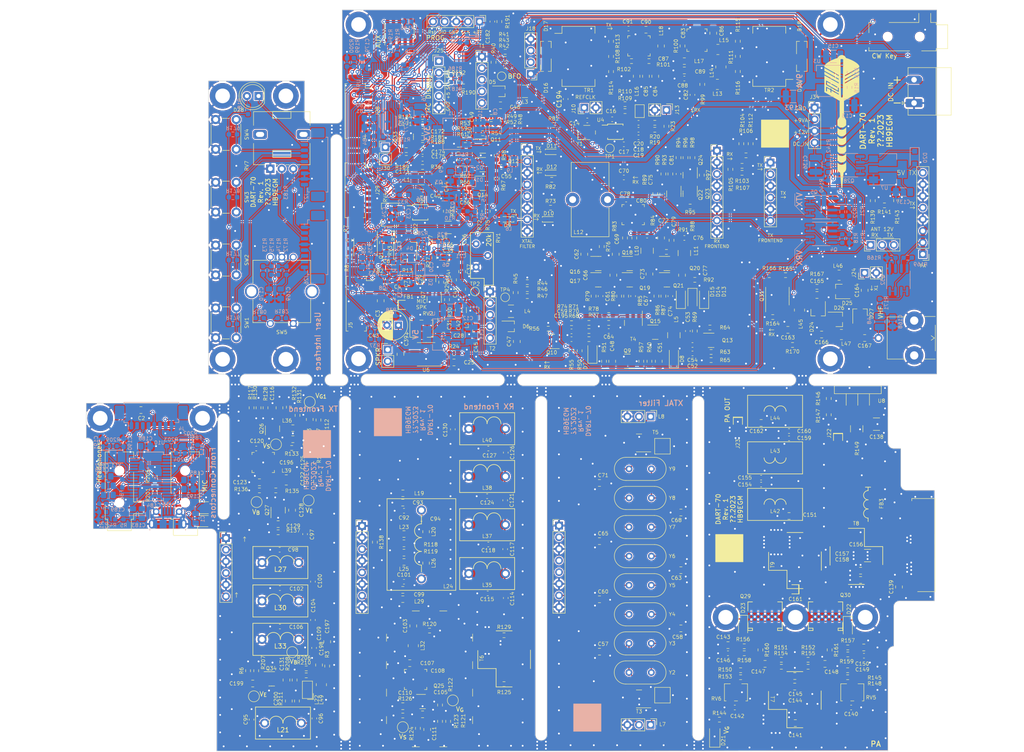
<source format=kicad_pcb>
(kicad_pcb (version 20221018) (generator pcbnew)

  (general
    (thickness 1.6)
  )

  (paper "A4")
  (title_block
    (title "DART-70 TRX")
    (date "2023-05-21")
    (rev "1")
    (company "HB9EGM")
  )

  (layers
    (0 "F.Cu" signal)
    (31 "B.Cu" signal)
    (32 "B.Adhes" user "B.Adhesive")
    (33 "F.Adhes" user "F.Adhesive")
    (34 "B.Paste" user)
    (35 "F.Paste" user)
    (36 "B.SilkS" user "B.Silkscreen")
    (37 "F.SilkS" user "F.Silkscreen")
    (38 "B.Mask" user)
    (39 "F.Mask" user)
    (40 "Dwgs.User" user "User.Drawings")
    (41 "Cmts.User" user "User.Comments")
    (42 "Eco1.User" user "User.Eco1")
    (43 "Eco2.User" user "User.Eco2")
    (44 "Edge.Cuts" user)
    (45 "Margin" user "Edge.Cuts.Setback")
    (46 "B.CrtYd" user "B.Courtyard")
    (47 "F.CrtYd" user "F.Courtyard")
    (48 "B.Fab" user)
    (49 "F.Fab" user)
    (50 "User.1" user "Milling")
    (51 "User.2" user)
    (52 "User.3" user)
    (53 "User.4" user)
    (54 "User.5" user)
    (55 "User.6" user)
    (56 "User.7" user)
    (57 "User.8" user)
    (58 "User.9" user)
  )

  (setup
    (stackup
      (layer "F.SilkS" (type "Top Silk Screen"))
      (layer "F.Paste" (type "Top Solder Paste"))
      (layer "F.Mask" (type "Top Solder Mask") (thickness 0.01))
      (layer "F.Cu" (type "copper") (thickness 0.035))
      (layer "dielectric 1" (type "core") (thickness 1.51) (material "FR4") (epsilon_r 4.5) (loss_tangent 0.02))
      (layer "B.Cu" (type "copper") (thickness 0.035))
      (layer "B.Mask" (type "Bottom Solder Mask") (thickness 0.01))
      (layer "B.Paste" (type "Bottom Solder Paste"))
      (layer "B.SilkS" (type "Bottom Silk Screen"))
      (copper_finish "None")
      (dielectric_constraints no)
    )
    (pad_to_mask_clearance 0)
    (pcbplotparams
      (layerselection 0x0029000_7ffffffe)
      (plot_on_all_layers_selection 0x0000000_00000000)
      (disableapertmacros false)
      (usegerberextensions false)
      (usegerberattributes true)
      (usegerberadvancedattributes true)
      (creategerberjobfile true)
      (dashed_line_dash_ratio 12.000000)
      (dashed_line_gap_ratio 3.000000)
      (svgprecision 6)
      (plotframeref false)
      (viasonmask false)
      (mode 1)
      (useauxorigin false)
      (hpglpennumber 1)
      (hpglpenspeed 20)
      (hpglpendiameter 15.000000)
      (dxfpolygonmode true)
      (dxfimperialunits true)
      (dxfusepcbnewfont true)
      (psnegative false)
      (psa4output false)
      (plotreference true)
      (plotvalue true)
      (plotinvisibletext false)
      (sketchpadsonfab false)
      (subtractmaskfromsilk false)
      (outputformat 5)
      (mirror false)
      (drillshape 0)
      (scaleselection 1)
      (outputdirectory "out")
    )
  )

  (net 0 "")
  (net 1 "+12V")
  (net 2 "GND")
  (net 3 "Net-(C1-Pad1)")
  (net 4 "Net-(J4-Pin_7)")
  (net 5 "+9VA")
  (net 6 "/MIC")
  (net 7 "Net-(C6-Pad2)")
  (net 8 "+5VA")
  (net 9 "Net-(J4-Pin_5)")
  (net 10 "Net-(J5-Pin_3)")
  (net 11 "Net-(J5-Pin_2)")
  (net 12 "Net-(Q2-C)")
  (net 13 "Net-(D1-K)")
  (net 14 "Net-(D2-K)")
  (net 15 "/BFO")
  (net 16 "Net-(J10-In)")
  (net 17 "Net-(U4-XA)")
  (net 18 "Net-(U3-ADJ)")
  (net 19 "/Antenna Switch/TX")
  (net 20 "Net-(U4-CLK1)")
  (net 21 "Net-(C18-Pad2)")
  (net 22 "Net-(U4-CLK2)")
  (net 23 "Net-(U4-CLK0)")
  (net 24 "Net-(JP1-A)")
  (net 25 "Net-(Q6-B)")
  (net 26 "Net-(C22-Pad1)")
  (net 27 "Net-(U5-IN+)")
  (net 28 "Net-(U5-VCAIN)")
  (net 29 "Net-(U5-BUFOUT)")
  (net 30 "Net-(C21-Pad2)")
  (net 31 "Net-(C26-Pad1)")
  (net 32 "Net-(U6-VDD)")
  (net 33 "Net-(C26-Pad2)")
  (net 34 "Net-(C28-Pad1)")
  (net 35 "+VRX")
  (net 36 "Net-(U6-VIN)")
  (net 37 "Net-(Q6-C)")
  (net 38 "/Baseband/VAGC")
  (net 39 "Net-(D3-K)")
  (net 40 "Net-(Q7-C)")
  (net 41 "Net-(C29-Pad1)")
  (net 42 "Net-(D4-K)")
  (net 43 "Net-(C41-Pad2)")
  (net 44 "Net-(U5-AVG)")
  (net 45 "/Baseband/SPKR_OUT")
  (net 46 "Net-(Q7-B)")
  (net 47 "Net-(U6-BYPASS)")
  (net 48 "Net-(C40-Pad1)")
  (net 49 "Net-(U5-VOUT)")
  (net 50 "Net-(C46-Pad1)")
  (net 51 "Net-(C46-Pad2)")
  (net 52 "Net-(C47-Pad1)")
  (net 53 "Net-(C47-Pad2)")
  (net 54 "Net-(C48-Pad1)")
  (net 55 "Net-(J15-Pin_1)")
  (net 56 "Net-(T1-SC)")
  (net 57 "Net-(C49-Pad2)")
  (net 58 "Net-(C50-Pad1)")
  (net 59 "Net-(C42-Pad2)")
  (net 60 "Net-(T2-SC)")
  (net 61 "Net-(C53-Pad1)")
  (net 62 "Net-(D7-K)")
  (net 63 "Net-(Q11-B)")
  (net 64 "Net-(Q11-E)")
  (net 65 "Net-(D8-K)")
  (net 66 "Net-(Q13-E)")
  (net 67 "Net-(Q15-E)")
  (net 68 "Net-(C52-Pad2)")
  (net 69 "Net-(Q12-C)")
  (net 70 "Net-(C60-Pad2)")
  (net 71 "Net-(C56-Pad1)")
  (net 72 "Net-(C58-Pad2)")
  (net 73 "Net-(C63-Pad2)")
  (net 74 "Net-(Q14-E)")
  (net 75 "Net-(C59-Pad1)")
  (net 76 "Net-(C65-Pad2)")
  (net 77 "Net-(T3-PR2)")
  (net 78 "Net-(Q17-S)")
  (net 79 "Net-(Q16-B)")
  (net 80 "Net-(T4-PR2)")
  (net 81 "Net-(Q18-C)")
  (net 82 "Net-(Q17-G)")
  (net 83 "Net-(Q19-S)")
  (net 84 "Net-(Q18-B)")
  (net 85 "Net-(C72-Pad2)")
  (net 86 "Net-(D12-A)")
  (net 87 "Net-(Q22-E)")
  (net 88 "Net-(T5-PR2)")
  (net 89 "Net-(C68-Pad2)")
  (net 90 "Net-(C76-Pad2)")
  (net 91 "Net-(Q20-C)")
  (net 92 "Net-(Q19-G)")
  (net 93 "Net-(Q21-S)")
  (net 94 "Net-(C81-Pad1)")
  (net 95 "Net-(Q22-C)")
  (net 96 "Net-(Q21-G)")
  (net 97 "Net-(C82-Pad2)")
  (net 98 "Net-(Q20-B)")
  (net 99 "Net-(C77-Pad2)")
  (net 100 "Net-(Q24-E)")
  (net 101 "Net-(C87-Pad2)")
  (net 102 "Net-(C83-Pad1)")
  (net 103 "/70MHz VHF Frontend/VHF_RX")
  (net 104 "/70MHz VHF Frontend/TX_FROM_MIX")
  (net 105 "Net-(C84-Pad2)")
  (net 106 "Net-(C87-Pad1)")
  (net 107 "Net-(C88-Pad2)")
  (net 108 "Net-(C101-Pad2)")
  (net 109 "Net-(Q24-B)")
  (net 110 "Net-(C94-Pad1)")
  (net 111 "Net-(Q34-B)")
  (net 112 "/70MHz VHF Frontend/+VTX_FE")
  (net 113 "Net-(TR2-RX-)")
  (net 114 "Net-(C103-Pad2)")
  (net 115 "Net-(C104-Pad1)")
  (net 116 "Net-(C114-Pad2)")
  (net 117 "Net-(J18-Pin_3)")
  (net 118 "Net-(Q25-G1)")
  (net 119 "Net-(Q25-G2)")
  (net 120 "Net-(Q25-S)")
  (net 121 "Net-(C121-Pad1)")
  (net 122 "Net-(C125-Pad2)")
  (net 123 "Net-(C126-Pad1)")
  (net 124 "Net-(C128-Pad1)")
  (net 125 "Net-(T6-AA)")
  (net 126 "Net-(T6-SB)")
  (net 127 "/70MHz VHF Frontend/RX_TO_MIX")
  (net 128 "/70MHz VHF Frontend/VHF_TX")
  (net 129 "Net-(C113-Pad2)")
  (net 130 "VGG1")
  (net 131 "Net-(Q26-G1)")
  (net 132 "Net-(Q26-S)")
  (net 133 "Net-(C117-Pad2)")
  (net 134 "Net-(Q26-D)")
  (net 135 "Net-(Q27-B)")
  (net 136 "Net-(Q27-C)")
  (net 137 "VGG2")
  (net 138 "+3V3")
  (net 139 "/PA 70MHz/VG_5V")
  (net 140 "Net-(Q27-E)")
  (net 141 "Net-(D20-A)")
  (net 142 "Net-(C159-Pad2)")
  (net 143 "/Control on separate board/ENC_B")
  (net 144 "/Control on separate board/ENC_A")
  (net 145 "/Control on separate board/3.3V_UI")
  (net 146 "Net-(J21-Pin_1)")
  (net 147 "Net-(C171-Pad1)")
  (net 148 "Net-(C172-Pad1)")
  (net 149 "Net-(C147-Pad1)")
  (net 150 "Net-(C148-Pad1)")
  (net 151 "Net-(T7-AB)")
  (net 152 "Net-(J21-Pin_5)")
  (net 153 "Net-(C154-Pad2)")
  (net 154 "Net-(T7-SB)")
  (net 155 "Net-(T7-SA)")
  (net 156 "Net-(T9-SB)")
  (net 157 "Net-(Q30-D)")
  (net 158 "Net-(Q29-D)")
  (net 159 "Net-(J23-In)")
  (net 160 "Net-(D24-K)")
  (net 161 "Net-(D25-A)")
  (net 162 "Net-(D24-A)")
  (net 163 "Net-(D26-K)")
  (net 164 "Net-(J26-Pin_7)")
  (net 165 "Net-(J26-Pin_6)")
  (net 166 "Net-(Q33-B)")
  (net 167 "Net-(U9-VDDA)")
  (net 168 "Net-(U10-VINL)")
  (net 169 "Net-(U10-VINR)")
  (net 170 "Net-(U10-VOUTL)")
  (net 171 "Net-(U10-VOUTR)")
  (net 172 "Net-(U10-VCOM)")
  (net 173 "Net-(T1-SA)")
  (net 174 "Net-(T1-SB)")
  (net 175 "Net-(T2-SA)")
  (net 176 "Net-(T2-SB)")
  (net 177 "Net-(D7-A)")
  (net 178 "/Control on separate board/STATUSn")
  (net 179 "Net-(D8-A)")
  (net 180 "Net-(D10-K)")
  (net 181 "Net-(D9-A)")
  (net 182 "Net-(D10-A)")
  (net 183 "Net-(C166-Pad1)")
  (net 184 "Net-(D11-K)")
  (net 185 "Net-(C168-Pad2)")
  (net 186 "Net-(D11-A)")
  (net 187 "Net-(D13-A)")
  (net 188 "/CW_RING")
  (net 189 "/CW_TIP")
  (net 190 "Net-(D14-A)")
  (net 191 "Net-(D15-A)")
  (net 192 "Net-(C174-Pad1)")
  (net 193 "/Baseband/SPKR_DET")
  (net 194 "Net-(TR1-RD+)")
  (net 195 "Net-(TR1-RD-)")
  (net 196 "Net-(TR1-TD-)")
  (net 197 "Net-(TR1-TD+)")
  (net 198 "Net-(TR2-RD+)")
  (net 199 "/Baseband/GPIO_XTAL")
  (net 200 "/EN_VRX")
  (net 201 "/EN_VTX")
  (net 202 "Net-(TR2-RD-)")
  (net 203 "/Baseband/CW_KEYn")
  (net 204 "/Baseband/CW_TONE")
  (net 205 "/MIC_PTT")
  (net 206 "/Baseband/SPKR_VOL")
  (net 207 "/MUTE_MICn")
  (net 208 "/SDA")
  (net 209 "/SCL")
  (net 210 "/S_METER")
  (net 211 "/Baseband/VHF_IN")
  (net 212 "/Baseband/VHF_OUT")
  (net 213 "/CLK1")
  (net 214 "Net-(TR2-TD-)")
  (net 215 "+VTX")
  (net 216 "Net-(TR2-TD+)")
  (net 217 "unconnected-(J2-PadNC)")
  (net 218 "unconnected-(J2-PadR1)")
  (net 219 "Net-(D20-K)")
  (net 220 "/Control on separate board/DISP_LAT")
  (net 221 "/Control on separate board/I2C2_SDA")
  (net 222 "/Control on separate board/I2C2_SCL")
  (net 223 "/Control on separate board/PC14")
  (net 224 "/Control on separate board/PC13")
  (net 225 "unconnected-(J2-PadTN)")
  (net 226 "/Control on separate board/USART1_TX")
  (net 227 "/Control on separate board/USART1_RX")
  (net 228 "/Control on separate board/PB15")
  (net 229 "/Control on separate board/SWCLK")
  (net 230 "/Control on separate board/SWDIO")
  (net 231 "/Control on separate board/RESETn")
  (net 232 "/LO1")
  (net 233 "Net-(L14-Pad1)")
  (net 234 "Net-(D21-A)")
  (net 235 "Net-(D22-A)")
  (net 236 "Net-(L23-Pad2)")
  (net 237 "Net-(L25-Pad2)")
  (net 238 "Net-(D23-A)")
  (net 239 "unconnected-(D24-NC-Pad2)")
  (net 240 "unconnected-(J8-PadTN)")
  (net 241 "unconnected-(D25-NC-Pad2)")
  (net 242 "unconnected-(D26-NC-Pad2)")
  (net 243 "unconnected-(D27-NC-Pad2)")
  (net 244 "Net-(D28-K)")
  (net 245 "Net-(D28-A)")
  (net 246 "Net-(J6-Pin_2)")
  (net 247 "Net-(J22-Pin_2)")
  (net 248 "Net-(J4-Pin_6)")
  (net 249 "Net-(J4-Pin_3)")
  (net 250 "Net-(J4-Pin_2)")
  (net 251 "Net-(J5-Pin_4)")
  (net 252 "Net-(J15-Pin_2)")
  (net 253 "Net-(J17-Pin_2)")
  (net 254 "unconnected-(J17-Pin_4-Pad4)")
  (net 255 "unconnected-(J17-Pin_5-Pad5)")
  (net 256 "/70MHz VHF Frontend/+VRX_FE")
  (net 257 "Net-(J17-Pin_7)")
  (net 258 "Net-(J20-Pin_5)")
  (net 259 "Net-(J22-Pin_1)")
  (net 260 "Net-(J26-Pin_2)")
  (net 261 "Net-(J26-Pin_3)")
  (net 262 "Net-(J26-Pin_5)")
  (net 263 "Net-(L13-Pad1)")
  (net 264 "Net-(L18-Pad1)")
  (net 265 "Net-(L20-Pad2)")
  (net 266 "Net-(J27-Pin_2)")
  (net 267 "Net-(J27-Pin_3)")
  (net 268 "Net-(J27-Pin_4)")
  (net 269 "Net-(J27-Pin_5)")
  (net 270 "Net-(J33-VBUS)")
  (net 271 "Net-(J33-ID)")
  (net 272 "Net-(JP2-C)")
  (net 273 "Net-(Q1A-G)")
  (net 274 "/Control on separate board/BTN0")
  (net 275 "/Control on separate board/BTN1")
  (net 276 "/Control on separate board/BTN2")
  (net 277 "/Control on separate board/BTN3")
  (net 278 "Net-(Q1B-G)")
  (net 279 "/Control on separate board/ENC_BTN")
  (net 280 "/Control on separate board/XTAL1")
  (net 281 "/Control on separate board/XTAL2")
  (net 282 "/Control on separate board/PWM_CW")
  (net 283 "/Control on separate board/MUTE_SPKR")
  (net 284 "Net-(Q2-B)")
  (net 285 "/Control on separate board/BOOT0")
  (net 286 "/Control on separate board/BOOT1")
  (net 287 "Net-(Q3-B)")
  (net 288 "Net-(Q4B-G)")
  (net 289 "Net-(Q5B-G)")
  (net 290 "Net-(Q8-B)")
  (net 291 "Net-(Q9-B)")
  (net 292 "Net-(Q11-C)")
  (net 293 "Net-(Q12-E)")
  (net 294 "Net-(Q13-B)")
  (net 295 "Net-(Q13-C)")
  (net 296 "Net-(Q15-B)")
  (net 297 "/Antenna Switch/RX")
  (net 298 "Net-(Q16-E)")
  (net 299 "Net-(Q16-C)")
  (net 300 "Net-(Q18-E)")
  (net 301 "Net-(Q20-E)")
  (net 302 "Net-(Q22-B)")
  (net 303 "Net-(Q23-B)")
  (net 304 "/Antenna Switch/ANT")
  (net 305 "/Antenna Switch/V_{PIN}")
  (net 306 "Net-(Q25-D)")
  (net 307 "Net-(Q26-G2)")
  (net 308 "/TX_to_PA")
  (net 309 "/Baseband/AGC_to_METER")
  (net 310 "Net-(Q28B-G)")
  (net 311 "/PA 70MHz/V_{DD}")
  (net 312 "Net-(Q29-G)")
  (net 313 "Net-(Q30-G)")
  (net 314 "Net-(Q31B-D-Pad5)")
  (net 315 "Net-(Q31A-D-Pad7)")
  (net 316 "Net-(Q32B-G)")
  (net 317 "Net-(Q32B-D-Pad5)")
  (net 318 "Net-(R40-Pad2)")
  (net 319 "Net-(R44-Pad1)")
  (net 320 "Net-(U5-GATE)")
  (net 321 "Net-(C148-Pad2)")
  (net 322 "Net-(U5-COMP)")
  (net 323 "Net-(U6-HPSense)")
  (net 324 "Net-(C147-Pad2)")
  (net 325 "Net-(T1-AB)")
  (net 326 "Net-(T2-AB)")
  (net 327 "Net-(R110-Pad1)")
  (net 328 "Net-(TR2-C_RD)")
  (net 329 "Net-(R121-Pad2)")
  (net 330 "/VOX_PTTn")
  (net 331 "Net-(TR1-TX-)")
  (net 332 "/EN_PA")
  (net 333 "Net-(TR2-TX-)")
  (net 334 "Net-(U8-ADJ)")
  (net 335 "Net-(R148-Pad1)")
  (net 336 "Net-(R153-Pad1)")
  (net 337 "Net-(R172-Pad1)")
  (net 338 "Net-(U9-PA11)")
  (net 339 "Net-(U9-PA12)")
  (net 340 "Net-(R173-Pad2)")
  (net 341 "Net-(R183-Pad2)")
  (net 342 "/USB Audio/AF_OUT_L")
  (net 343 "/USB Audio/AF_IN")
  (net 344 "Net-(U10-D+)")
  (net 345 "Net-(U10-D-)")
  (net 346 "/USB Audio/VCC")
  (net 347 "/USB Audio/VDD")
  (net 348 "unconnected-(T3-PM-Pad2)")
  (net 349 "/USB Audio/AF_OUT_R")
  (net 350 "unconnected-(T4-PM-Pad2)")
  (net 351 "/USB Audio/XTI")
  (net 352 "/USB Audio/XTO")
  (net 353 "unconnected-(T5-PM-Pad2)")
  (net 354 "/USB Audio/USB_DM")
  (net 355 "/USB Audio/USB_DP")
  (net 356 "unconnected-(TR1-C_RX-Pad10)")
  (net 357 "unconnected-(TR1-C_TX-Pad15)")
  (net 358 "unconnected-(TR2-C_RX-Pad10)")
  (net 359 "unconnected-(TR2-C_TX-Pad15)")
  (net 360 "Net-(U4-XB)")
  (net 361 "unconnected-(U9-VBAT-Pad1)")
  (net 362 "/Control on separate board/USB_DM")
  (net 363 "/Control on separate board/USB_DP")
  (net 364 "unconnected-(U10-HID0-Pad5)")
  (net 365 "unconnected-(U10-HID1-Pad6)")
  (net 366 "Net-(C100-Pad2)")
  (net 367 "Net-(C100-Pad1)")
  (net 368 "unconnected-(U10-HID2-Pad7)")
  (net 369 "unconnected-(U10-DIN-Pad24)")
  (net 370 "unconnected-(U10-DOUT-Pad25)")
  (net 371 "Net-(R108-Pad2)")
  (net 372 "Net-(R180-Pad1)")
  (net 373 "/DC_IN")
  (net 374 "unconnected-(U10-SSPNDn-Pad28)")
  (net 375 "Net-(TR1-RX-)")
  (net 376 "Net-(C198-Pad2)")
  (net 377 "Net-(Q34-E)")
  (net 378 "Net-(Q34-C)")
  (net 379 "Net-(C200-Pad1)")
  (net 380 "Net-(C199-Pad2)")
  (net 381 "Net-(C200-Pad2)")

  (footprint "Capacitor_SMD:C_0603_1608Metric_Pad1.08x0.95mm_HandSolder" (layer "F.Cu") (at 97.536 47.498 180))

  (footprint "Resistor_SMD:R_0603_1608Metric_Pad0.98x0.95mm_HandSolder" (layer "F.Cu") (at 61.722 101.854 -90))

  (footprint "Crystal:Crystal_HC49-U_Vertical" (layer "F.Cu") (at 142.595 140.589))

  (footprint "Resistor_SMD:R_0603_1608Metric_Pad0.98x0.95mm_HandSolder" (layer "F.Cu") (at 190.343 159.156 180))

  (footprint "Resistor_SMD:R_0603_1608Metric_Pad0.98x0.95mm_HandSolder" (layer "F.Cu") (at 156.972 73.914))

  (footprint "Package_SO:MSOP-10_3x3mm_P0.5mm" (layer "F.Cu") (at 97.028 59.182))

  (footprint "mpb:four_4mm_pads_narrow" (layer "F.Cu") (at 178.913 165.76 90))

  (footprint "Potentiometer_SMD:Potentiometer_Bourns_3214W_Vertical" (layer "F.Cu") (at 90.424 59.69 -90))

  (footprint "Potentiometer_SMD:Potentiometer_Bourns_3214W_Vertical" (layer "F.Cu") (at 93.726 67.564 180))

  (footprint "Resistor_SMD:R_0603_1608Metric_Pad0.98x0.95mm_HandSolder" (layer "F.Cu") (at 74.93 115.9725 -90))

  (footprint "Capacitor_SMD:C_0603_1608Metric_Pad1.08x0.95mm_HandSolder" (layer "F.Cu") (at 111.76 142.367))

  (footprint "Resistor_SMD:R_0603_1608Metric_Pad0.98x0.95mm_HandSolder" (layer "F.Cu") (at 126.1345 40.132))

  (footprint "Capacitor_SMD:C_0603_1608Metric_Pad1.08x0.95mm_HandSolder" (layer "F.Cu") (at 109.728 39.116 90))

  (footprint "Resistor_SMD:R_0603_1608Metric_Pad0.98x0.95mm_HandSolder" (layer "F.Cu") (at 65.491 119.888 180))

  (footprint "Capacitor_SMD:C_0805_2012Metric_Pad1.18x1.45mm_HandSolder" (layer "F.Cu") (at 178.786 162.712 180))

  (footprint "Capacitor_SMD:C_0805_2012Metric_Pad1.18x1.45mm_HandSolder" (layer "F.Cu") (at 178.8075 160.426 180))

  (footprint "Diode_SMD:D_SOD-123F" (layer "F.Cu") (at 153.924 77.978 90))

  (footprint "Resistor_SMD:R_0603_1608Metric_Pad0.98x0.95mm_HandSolder" (layer "F.Cu") (at 115.57 27.173 180))

  (footprint "mpb:PLD-1.5W" (layer "F.Cu") (at 185.517 147.472 180))

  (footprint "Capacitor_SMD:C_0805_2012Metric_Pad1.18x1.45mm_HandSolder" (layer "F.Cu") (at 201.549 140.97 90))

  (footprint "Package_TO_SOT_SMD:SOT-23" (layer "F.Cu") (at 125.73 87.376 180))

  (footprint "MountingHole:MountingHole_3.2mm_M3_DIN965_Pad" (layer "F.Cu") (at 53.87525 91.252 90))

  (footprint "Resistor_SMD:R_0603_1608Metric_Pad0.98x0.95mm_HandSolder" (layer "F.Cu") (at 113.7135 46.736 90))

  (footprint "TestPoint:TestPoint_Pad_3.0x3.0mm" (layer "F.Cu") (at 149.91 164.597))

  (footprint "Capacitor_SMD:C_0805_2012Metric_Pad1.18x1.45mm_HandSolder" (layer "F.Cu") (at 94.742 157.607 180))

  (footprint "Inductor_SMD:L_1008_2520Metric_Pad1.43x2.20mm_HandSolder" (layer "F.Cu") (at 162.013 23.622))

  (footprint "Connector_PinHeader_1.27mm:PinHeader_2x05_P1.27mm_Vertical_SMD" (layer "F.Cu") (at 92.456 19.558 90))

  (footprint "Capacitor_SMD:C_0805_2012Metric_Pad1.18x1.45mm_HandSolder" (layer "F.Cu") (at 177.546 125.476))

  (footprint "Capacitor_SMD:C_0603_1608Metric_Pad1.08x0.95mm_HandSolder" (layer "F.Cu") (at 107.8715 46.228 90))

  (footprint "Connector_Phoenix_MC_HighVoltage:PhoenixContact_MC_1,5_2-G-5.08_1x02_P5.08mm_Horizontal" (layer "F.Cu") (at 204.8395 35.306 90))

  (footprint "TestPoint:TestPoint_Pad_D2.0mm" (layer "F.Cu") (at 69.088 155.194))

  (footprint "Connector_PinHeader_2.54mm:PinHeader_1x03_P2.54mm_Vertical" (layer "F.Cu") (at 195.341 66.294 90))

  (footprint "Capacitor_SMD:C_0805_2012Metric_Pad1.18x1.45mm_HandSolder" (layer "F.Cu") (at 149.098 91.694 -90))

  (footprint "Capacitor_SMD:C_0603_1608Metric_Pad1.08x0.95mm_HandSolder" (layer "F.Cu") (at 156.464 33.528 90))

  (footprint "Resistor_SMD:R_0603_1608Metric_Pad0.98x0.95mm_HandSolder" (layer "F.Cu") (at 106.8555 43.434))

  (footprint "Inductor_SMD:L_0805_2012Metric_Pad1.15x1.40mm_HandSolder" (layer "F.Cu") (at 93.472 129.413 180))

  (footprint "TestPoint:TestPoint_Pad_D2.0mm" (layer "F.Cu") (at 72.644 122.0685 -90))

  (footprint "Resistor_SMD:R_0603_1608Metric_Pad0.98x0.95mm_HandSolder" (layer "F.Cu") (at 190.373 154.178))

  (footprint "Package_TO_SOT_SMD:SOT-323_SC-70_Handsoldering" (layer "F.Cu") (at 124.46 22.5845 90))

  (footprint "Resistor_SMD:R_0603_1608Metric_Pad0.98x0.95mm_HandSolder" (layer "F.Cu") (at 72.136 158.75))

  (footprint "Resistor_SMD:R_0603_1608Metric_Pad0.98x0.95mm_HandSolder" (layer "F.Cu") (at 186.22 99.822 90))

  (footprint "Resistor_SMD:R_0603_1608Metric_Pad0.98x0.95mm_HandSolder" (layer "F.Cu") (at 141.732 64.77 -90))

  (footprint "Capacitor_SMD:C_0603_1608Metric_Pad1.08x0.95mm_HandSolder" (layer "F.Cu") (at 143.51 77.47 90))

  (footprint "Potentiometer_SMD:Potentiometer_Bourns_3214W_Vertical" (layer "F.Cu") (at 165.959 163.982 180))

  (footprint "Capacitor_SMD:C_0805_2012Metric_Pad1.18x1.45mm_HandSolder" (layer "F.Cu") (at 76.622 102.3835 -90))

  (footprint "Capacitor_SMD:C_0805_2012Metric_Pad1.18x1.45mm_HandSolder" (layer "F.Cu") (at 153.935 124.714 180))

  (footprint "Capacitor_SMD:C_0805_2012Metric_Pad1.18x1.45mm_HandSolder" (layer "F.Cu") (at 146.304 29.464 -90))

  (footprint "Crystal:Crystal_HC49-U_Vertical" (layer "F.Cu") (at 147.495 115.189 180))

  (footprint "Jumper:SolderJumper-2_P1.3mm_Open_TrianglePad1.0x1.5mm" (layer "F.Cu")
    (tstamp 18a0735d-a066-4715-a011-81a3a0851676)
    (at 144.9335 37.084 90)
    (descr "SMD Solder Jumper, 1x1.5mm Triangular Pads, 0.3mm gap, open")
    (tags "solder jumper open")
    (property "Need_order" "0")
    (property "Sheetfile" "kicad-dart-70.kicad_sch")
    (property "Sheetname" "")
    (property "ki_description" "Jumper, 2-pole, closed/bridged")
    (property "ki_keywords" "Jumper SPST")
    (path "/bbda672e-b392-4f03-8136-67be8e11fa1b")
    (attr exclude_from_pos_files)
    (fp_text reference "JP1" (at 0 -1.8 90 unlocked) (layer "F.SilkS") hide
        (effects (font (size 0.8 0.8) (thickness 0.1)))
      (tstamp f11ed4ec-15f8-49b6-802c-d83cef105814)
    )
    (fp_text value "LO" (at 0 1.9 90) (layer "F.Fab")
        (effects (font (size 1 1) (thickness 0.15)))
      (tstamp 6049c9df-618b-45b4-a407-ee9420bd0fbe)
    )
    (fp_line (start -1.4 -1) (end 1.4 -1)
      (stroke (width 0.12) (type solid)) (layer "F.SilkS") (tstamp 8ba5ffc8-5ae5-4dcd-9584-fd6b77f708a
... [6635119 chars truncated]
</source>
